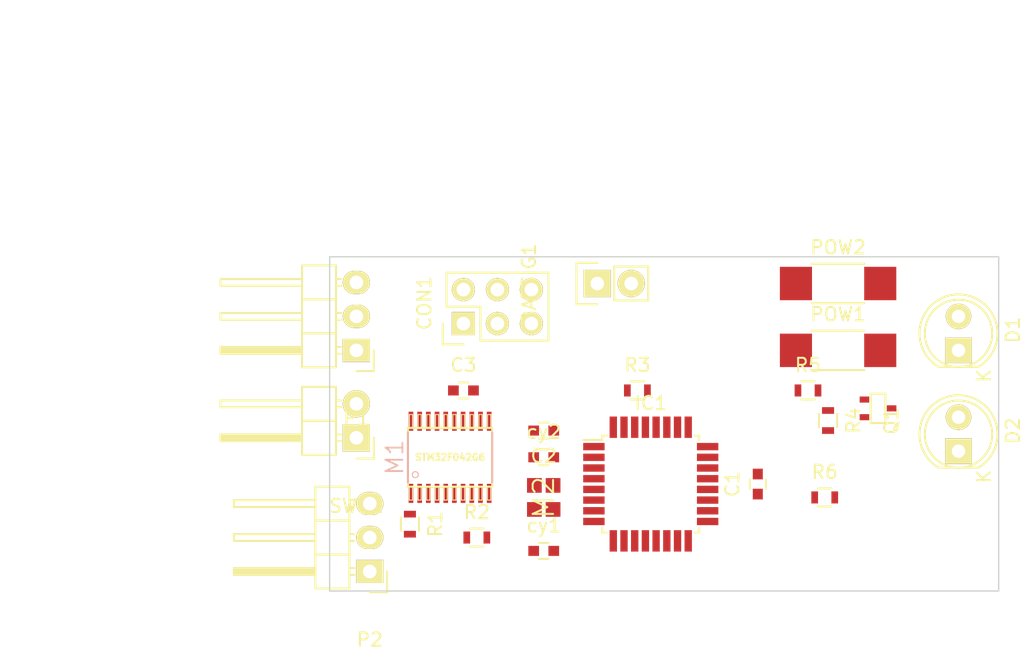
<source format=kicad_pcb>
(kicad_pcb (version 4) (host pcbnew "(2015-05-28 BZR 5690)-product")

  (general
    (links 60)
    (no_connects 58)
    (area 109.949999 71.949999 160.050001 97.050001)
    (thickness 1.6)
    (drawings 6)
    (tracks 0)
    (zones 0)
    (modules 24)
    (nets 20)
  )

  (page A4)
  (layers
    (0 F.Cu signal)
    (31 B.Cu signal)
    (32 B.Adhes user)
    (33 F.Adhes user)
    (34 B.Paste user)
    (35 F.Paste user)
    (36 B.SilkS user)
    (37 F.SilkS user)
    (38 B.Mask user)
    (39 F.Mask user)
    (40 Dwgs.User user)
    (41 Cmts.User user)
    (42 Eco1.User user)
    (43 Eco2.User user)
    (44 Edge.Cuts user)
    (45 Margin user)
    (46 B.CrtYd user)
    (47 F.CrtYd user)
    (48 B.Fab user)
    (49 F.Fab user)
  )

  (setup
    (last_trace_width 0.25)
    (trace_clearance 0.2)
    (zone_clearance 0.508)
    (zone_45_only no)
    (trace_min 0.2)
    (segment_width 0.2)
    (edge_width 0.1)
    (via_size 0.6)
    (via_drill 0.4)
    (via_min_size 0.4)
    (via_min_drill 0.3)
    (uvia_size 0.3)
    (uvia_drill 0.1)
    (uvias_allowed no)
    (uvia_min_size 0.2)
    (uvia_min_drill 0.1)
    (pcb_text_width 0.3)
    (pcb_text_size 1.5 1.5)
    (mod_edge_width 0.15)
    (mod_text_size 1 1)
    (mod_text_width 0.15)
    (pad_size 1.5 1.5)
    (pad_drill 0.6)
    (pad_to_mask_clearance 0)
    (aux_axis_origin 0 0)
    (visible_elements FFFEFF7F)
    (pcbplotparams
      (layerselection 0x00030_80000001)
      (usegerberextensions false)
      (excludeedgelayer true)
      (linewidth 0.100000)
      (plotframeref false)
      (viasonmask false)
      (mode 1)
      (useauxorigin false)
      (hpglpennumber 1)
      (hpglpenspeed 20)
      (hpglpendiameter 15)
      (hpglpenoverlay 2)
      (psnegative false)
      (psa4output false)
      (plotreference true)
      (plotvalue true)
      (plotinvisibletext false)
      (padsonsilk false)
      (subtractmaskfromsilk false)
      (outputformat 1)
      (mirror false)
      (drillshape 1)
      (scaleselection 1)
      (outputdirectory ""))
  )

  (net 0 "")
  (net 1 GND)
  (net 2 +3V3)
  (net 3 LED_FET)
  (net 4 "Net-(M1-Pad1)")
  (net 5 "Net-(D1-Pad1)")
  (net 6 IR_RECEIVER1)
  (net 7 INPUT_CAPTURE)
  (net 8 AVR_PROG_MOSI)
  (net 9 AVR_PROG_MISO)
  (net 10 AVR_PROG_SCK)
  (net 11 BAT_MON)
  (net 12 "Net-(IC1-Pad8)")
  (net 13 "Net-(IC1-Pad7)")
  (net 14 "Net-(D1-Pad2)")
  (net 15 ~RESET)
  (net 16 MICRO_RXIN)
  (net 17 MICRO_TXOUT)
  (net 18 +BATT)
  (net 19 "Net-(Q1-Pad1)")

  (net_class Default "This is the default net class."
    (clearance 0.2)
    (trace_width 0.25)
    (via_dia 0.6)
    (via_drill 0.4)
    (uvia_dia 0.3)
    (uvia_drill 0.1)
    (add_net +3V3)
    (add_net +BATT)
    (add_net AVR_PROG_MISO)
    (add_net AVR_PROG_MOSI)
    (add_net AVR_PROG_SCK)
    (add_net BAT_MON)
    (add_net GND)
    (add_net INPUT_CAPTURE)
    (add_net IR_RECEIVER1)
    (add_net LED_FET)
    (add_net MICRO_RXIN)
    (add_net MICRO_TXOUT)
    (add_net "Net-(D1-Pad1)")
    (add_net "Net-(D1-Pad2)")
    (add_net "Net-(IC1-Pad7)")
    (add_net "Net-(IC1-Pad8)")
    (add_net "Net-(M1-Pad1)")
    (add_net "Net-(Q1-Pad1)")
    (add_net ~RESET)
  )

  (module james:James-TSSOP-20 (layer F.Cu) (tedit 56393F15) (tstamp 5637EBED)
    (at 119 87)
    (descr "PAD SIZE: 0.35 X 1.43 MM")
    (tags "PAD SIZE: 0.35 X 1.43 MM")
    (path /5637D4CB)
    (attr smd)
    (fp_text reference M1 (at -4.1402 0 90) (layer B.SilkS)
      (effects (font (size 1.27 1.27) (thickness 0.127)))
    )
    (fp_text value STM32F042G6 (at 0 0) (layer F.SilkS)
      (effects (font (size 0.5 0.5) (thickness 0.125)))
    )
    (fp_line (start -2.39776 3.19786) (end -2.15392 3.19786) (layer F.SilkS) (width 0.06604))
    (fp_line (start -2.15392 3.19786) (end -2.15392 2.19964) (layer F.SilkS) (width 0.06604))
    (fp_line (start -2.39776 2.19964) (end -2.15392 2.19964) (layer F.SilkS) (width 0.06604))
    (fp_line (start -2.39776 3.19786) (end -2.39776 2.19964) (layer F.SilkS) (width 0.06604))
    (fp_line (start -1.74752 3.19786) (end -1.50368 3.19786) (layer F.SilkS) (width 0.06604))
    (fp_line (start -1.50368 3.19786) (end -1.50368 2.19964) (layer F.SilkS) (width 0.06604))
    (fp_line (start -1.74752 2.19964) (end -1.50368 2.19964) (layer F.SilkS) (width 0.06604))
    (fp_line (start -1.74752 3.19786) (end -1.74752 2.19964) (layer F.SilkS) (width 0.06604))
    (fp_line (start -1.09982 3.19786) (end -0.85344 3.19786) (layer F.SilkS) (width 0.06604))
    (fp_line (start -0.85344 3.19786) (end -0.85344 2.19964) (layer F.SilkS) (width 0.06604))
    (fp_line (start -1.09982 2.19964) (end -0.85344 2.19964) (layer F.SilkS) (width 0.06604))
    (fp_line (start -1.09982 3.19786) (end -1.09982 2.19964) (layer F.SilkS) (width 0.06604))
    (fp_line (start -0.44958 3.19786) (end -0.2032 3.19786) (layer F.SilkS) (width 0.06604))
    (fp_line (start -0.2032 3.19786) (end -0.2032 2.19964) (layer F.SilkS) (width 0.06604))
    (fp_line (start -0.44958 2.19964) (end -0.2032 2.19964) (layer F.SilkS) (width 0.06604))
    (fp_line (start -0.44958 3.19786) (end -0.44958 2.19964) (layer F.SilkS) (width 0.06604))
    (fp_line (start 0.19812 3.19786) (end 0.4445 3.19786) (layer F.SilkS) (width 0.06604))
    (fp_line (start 0.4445 3.19786) (end 0.4445 2.19964) (layer F.SilkS) (width 0.06604))
    (fp_line (start 0.19812 2.19964) (end 0.4445 2.19964) (layer F.SilkS) (width 0.06604))
    (fp_line (start 0.19812 3.19786) (end 0.19812 2.19964) (layer F.SilkS) (width 0.06604))
    (fp_line (start 0.84836 3.19786) (end 1.09474 3.19786) (layer F.SilkS) (width 0.06604))
    (fp_line (start 1.09474 3.19786) (end 1.09474 2.19964) (layer F.SilkS) (width 0.06604))
    (fp_line (start 0.84836 2.19964) (end 1.09474 2.19964) (layer F.SilkS) (width 0.06604))
    (fp_line (start 0.84836 3.19786) (end 0.84836 2.19964) (layer F.SilkS) (width 0.06604))
    (fp_line (start 1.4986 3.19786) (end 1.74498 3.19786) (layer F.SilkS) (width 0.06604))
    (fp_line (start 1.74498 3.19786) (end 1.74498 2.19964) (layer F.SilkS) (width 0.06604))
    (fp_line (start 1.4986 2.19964) (end 1.74498 2.19964) (layer F.SilkS) (width 0.06604))
    (fp_line (start 1.4986 3.19786) (end 1.4986 2.19964) (layer F.SilkS) (width 0.06604))
    (fp_line (start 2.14884 3.19786) (end 2.39268 3.19786) (layer F.SilkS) (width 0.06604))
    (fp_line (start 2.39268 3.19786) (end 2.39268 2.19964) (layer F.SilkS) (width 0.06604))
    (fp_line (start 2.14884 2.19964) (end 2.39268 2.19964) (layer F.SilkS) (width 0.06604))
    (fp_line (start 2.14884 3.19786) (end 2.14884 2.19964) (layer F.SilkS) (width 0.06604))
    (fp_line (start 2.15392 -2.19964) (end 2.39776 -2.19964) (layer F.SilkS) (width 0.06604))
    (fp_line (start 2.39776 -2.19964) (end 2.39776 -3.19786) (layer F.SilkS) (width 0.06604))
    (fp_line (start 2.15392 -3.19786) (end 2.39776 -3.19786) (layer F.SilkS) (width 0.06604))
    (fp_line (start 2.15392 -2.19964) (end 2.15392 -3.19786) (layer F.SilkS) (width 0.06604))
    (fp_line (start 1.50368 -2.19964) (end 1.74752 -2.19964) (layer F.SilkS) (width 0.06604))
    (fp_line (start 1.74752 -2.19964) (end 1.74752 -3.19786) (layer F.SilkS) (width 0.06604))
    (fp_line (start 1.50368 -3.19786) (end 1.74752 -3.19786) (layer F.SilkS) (width 0.06604))
    (fp_line (start 1.50368 -2.19964) (end 1.50368 -3.19786) (layer F.SilkS) (width 0.06604))
    (fp_line (start 0.85344 -2.19964) (end 1.09982 -2.19964) (layer F.SilkS) (width 0.06604))
    (fp_line (start 1.09982 -2.19964) (end 1.09982 -3.19786) (layer F.SilkS) (width 0.06604))
    (fp_line (start 0.85344 -3.19786) (end 1.09982 -3.19786) (layer F.SilkS) (width 0.06604))
    (fp_line (start 0.85344 -2.19964) (end 0.85344 -3.19786) (layer F.SilkS) (width 0.06604))
    (fp_line (start 0.2032 -2.19964) (end 0.44958 -2.19964) (layer F.SilkS) (width 0.06604))
    (fp_line (start 0.44958 -2.19964) (end 0.44958 -3.19786) (layer F.SilkS) (width 0.06604))
    (fp_line (start 0.2032 -3.19786) (end 0.44958 -3.19786) (layer F.SilkS) (width 0.06604))
    (fp_line (start 0.2032 -2.19964) (end 0.2032 -3.19786) (layer F.SilkS) (width 0.06604))
    (fp_line (start -0.4445 -2.19964) (end -0.19812 -2.19964) (layer F.SilkS) (width 0.06604))
    (fp_line (start -0.19812 -2.19964) (end -0.19812 -3.19786) (layer F.SilkS) (width 0.06604))
    (fp_line (start -0.4445 -3.19786) (end -0.19812 -3.19786) (layer F.SilkS) (width 0.06604))
    (fp_line (start -0.4445 -2.19964) (end -0.4445 -3.19786) (layer F.SilkS) (width 0.06604))
    (fp_line (start -1.09474 -2.19964) (end -0.84836 -2.19964) (layer F.SilkS) (width 0.06604))
    (fp_line (start -0.84836 -2.19964) (end -0.84836 -3.19786) (layer F.SilkS) (width 0.06604))
    (fp_line (start -1.09474 -3.19786) (end -0.84836 -3.19786) (layer F.SilkS) (width 0.06604))
    (fp_line (start -1.09474 -2.19964) (end -1.09474 -3.19786) (layer F.SilkS) (width 0.06604))
    (fp_line (start -1.74498 -2.19964) (end -1.4986 -2.19964) (layer F.SilkS) (width 0.06604))
    (fp_line (start -1.4986 -2.19964) (end -1.4986 -3.19786) (layer F.SilkS) (width 0.06604))
    (fp_line (start -1.74498 -3.19786) (end -1.4986 -3.19786) (layer F.SilkS) (width 0.06604))
    (fp_line (start -1.74498 -2.19964) (end -1.74498 -3.19786) (layer F.SilkS) (width 0.06604))
    (fp_line (start -2.39268 -2.19964) (end -2.14884 -2.19964) (layer F.SilkS) (width 0.06604))
    (fp_line (start -2.14884 -2.19964) (end -2.14884 -3.19786) (layer F.SilkS) (width 0.06604))
    (fp_line (start -2.39268 -3.19786) (end -2.14884 -3.19786) (layer F.SilkS) (width 0.06604))
    (fp_line (start -2.39268 -2.19964) (end -2.39268 -3.19786) (layer F.SilkS) (width 0.06604))
    (fp_line (start 2.79908 3.19786) (end 3.04292 3.19786) (layer F.SilkS) (width 0.06604))
    (fp_line (start 3.04292 3.19786) (end 3.04292 2.19964) (layer F.SilkS) (width 0.06604))
    (fp_line (start 2.79908 2.19964) (end 3.04292 2.19964) (layer F.SilkS) (width 0.06604))
    (fp_line (start 2.79908 3.19786) (end 2.79908 2.19964) (layer F.SilkS) (width 0.06604))
    (fp_line (start 2.80416 -2.19964) (end 3.048 -2.19964) (layer F.SilkS) (width 0.06604))
    (fp_line (start 3.048 -2.19964) (end 3.048 -3.19786) (layer F.SilkS) (width 0.06604))
    (fp_line (start 2.80416 -3.19786) (end 3.048 -3.19786) (layer F.SilkS) (width 0.06604))
    (fp_line (start 2.80416 -2.19964) (end 2.80416 -3.19786) (layer F.SilkS) (width 0.06604))
    (fp_line (start -3.048 3.19786) (end -2.80416 3.19786) (layer F.SilkS) (width 0.06604))
    (fp_line (start -2.80416 3.19786) (end -2.80416 2.19964) (layer F.SilkS) (width 0.06604))
    (fp_line (start -3.048 2.19964) (end -2.80416 2.19964) (layer F.SilkS) (width 0.06604))
    (fp_line (start -3.048 3.19786) (end -3.048 2.19964) (layer F.SilkS) (width 0.06604))
    (fp_line (start -3.04292 -2.19964) (end -2.79908 -2.19964) (layer F.SilkS) (width 0.06604))
    (fp_line (start -2.79908 -2.19964) (end -2.79908 -3.19786) (layer F.SilkS) (width 0.06604))
    (fp_line (start -3.04292 -3.19786) (end -2.79908 -3.19786) (layer F.SilkS) (width 0.06604))
    (fp_line (start -3.04292 -2.19964) (end -3.04292 -3.19786) (layer F.SilkS) (width 0.06604))
    (fp_line (start -2.49936 -2.19964) (end 2.49936 -2.19964) (layer F.SilkS) (width 0.1524))
    (fp_line (start 2.49936 2.19964) (end -2.49936 2.19964) (layer F.SilkS) (width 0.1524))
    (fp_line (start -1.84912 -2.19964) (end 3.1496 -2.19964) (layer F.SilkS) (width 0.1524))
    (fp_line (start 3.1496 -2.19964) (end 3.1496 2.19964) (layer F.SilkS) (width 0.1524))
    (fp_line (start 3.1496 2.19964) (end -1.84912 2.19964) (layer F.SilkS) (width 0.1524))
    (fp_line (start 3.1496 -1.87452) (end 3.1496 1.87452) (layer B.SilkS) (width 0.1524))
    (fp_line (start -3.1496 -2.19964) (end 1.84912 -2.19964) (layer F.SilkS) (width 0.1524))
    (fp_line (start 1.84912 2.19964) (end -3.1496 2.19964) (layer F.SilkS) (width 0.1524))
    (fp_line (start -3.1496 2.19964) (end -3.1496 -2.19964) (layer F.SilkS) (width 0.1524))
    (fp_line (start -3.1496 1.87452) (end -3.1496 -1.87452) (layer B.SilkS) (width 0.1524))
    (fp_circle (center -2.59842 1.29794) (end -2.75844 1.45796) (layer B.SilkS) (width 0.0762))
    (pad 1 smd rect (at -2.92354 2.69748 90) (size 1.42748 0.34798) (layers F.Cu F.Paste F.Mask)
      (net 4 "Net-(M1-Pad1)"))
    (pad 2 smd rect (at -2.2733 2.69748 90) (size 1.42748 0.34798) (layers F.Cu F.Paste F.Mask))
    (pad 3 smd rect (at -1.62306 2.69748 90) (size 1.42748 0.34798) (layers F.Cu F.Paste F.Mask))
    (pad 4 smd rect (at -0.97282 2.69748 90) (size 1.42748 0.34798) (layers F.Cu F.Paste F.Mask)
      (net 15 ~RESET))
    (pad 5 smd rect (at -0.32258 2.69748 90) (size 1.42748 0.34798) (layers F.Cu F.Paste F.Mask)
      (net 2 +3V3))
    (pad 6 smd rect (at 0.32258 2.69748 90) (size 1.42748 0.34798) (layers F.Cu F.Paste F.Mask)
      (net 11 BAT_MON))
    (pad 7 smd rect (at 0.97282 2.69748 90) (size 1.42748 0.34798) (layers F.Cu F.Paste F.Mask)
      (net 7 INPUT_CAPTURE))
    (pad 8 smd rect (at 1.62306 2.69748 90) (size 1.42748 0.34798) (layers F.Cu F.Paste F.Mask)
      (net 17 MICRO_TXOUT))
    (pad 9 smd rect (at 2.2733 2.69748 90) (size 1.42748 0.34798) (layers F.Cu F.Paste F.Mask)
      (net 16 MICRO_RXIN))
    (pad 10 smd rect (at 2.92354 2.69748 90) (size 1.42748 0.34798) (layers F.Cu F.Paste F.Mask))
    (pad 11 smd rect (at 2.92354 -2.69748 90) (size 1.42748 0.34798) (layers F.Cu F.Paste F.Mask))
    (pad 12 smd rect (at 2.2733 -2.69748 90) (size 1.42748 0.34798) (layers F.Cu F.Paste F.Mask)
      (net 3 LED_FET))
    (pad 13 smd rect (at 1.62306 -2.69748 90) (size 1.42748 0.34798) (layers F.Cu F.Paste F.Mask))
    (pad 14 smd rect (at 0.97282 -2.69748 90) (size 1.42748 0.34798) (layers F.Cu F.Paste F.Mask))
    (pad 15 smd rect (at 0.32258 -2.69748 90) (size 1.42748 0.34798) (layers F.Cu F.Paste F.Mask)
      (net 1 GND))
    (pad 16 smd rect (at -0.32258 -2.69748 90) (size 1.42748 0.34798) (layers F.Cu F.Paste F.Mask)
      (net 2 +3V3))
    (pad 17 smd rect (at -0.97282 -2.69748 90) (size 1.42748 0.34798) (layers F.Cu F.Paste F.Mask))
    (pad 18 smd rect (at -1.62306 -2.69748 90) (size 1.42748 0.34798) (layers F.Cu F.Paste F.Mask))
    (pad 19 smd rect (at -2.2733 -2.69748 90) (size 1.42748 0.34798) (layers F.Cu F.Paste F.Mask)
      (net 9 AVR_PROG_MISO))
    (pad 20 smd rect (at -2.92354 -2.69748 90) (size 1.42748 0.34798) (layers F.Cu F.Paste F.Mask)
      (net 10 AVR_PROG_SCK))
  )

  (module Housings_QFP:TQFP-32_7x7mm_Pitch0.8mm (layer F.Cu) (tedit 54130A77) (tstamp 5637EBD5)
    (at 134 89)
    (descr "32-Lead Plastic Thin Quad Flatpack (PT) - 7x7x1.0 mm Body, 2.00 mm [TQFP] (see Microchip Packaging Specification 00000049BS.pdf)")
    (tags "QFP 0.8")
    (path /5637E2EF)
    (attr smd)
    (fp_text reference IC1 (at 0 -6.05) (layer F.SilkS)
      (effects (font (size 1 1) (thickness 0.15)))
    )
    (fp_text value ATMEGA328P-A (at 0 6.05) (layer F.Fab)
      (effects (font (size 1 1) (thickness 0.15)))
    )
    (fp_line (start -5.3 -5.3) (end -5.3 5.3) (layer F.CrtYd) (width 0.05))
    (fp_line (start 5.3 -5.3) (end 5.3 5.3) (layer F.CrtYd) (width 0.05))
    (fp_line (start -5.3 -5.3) (end 5.3 -5.3) (layer F.CrtYd) (width 0.05))
    (fp_line (start -5.3 5.3) (end 5.3 5.3) (layer F.CrtYd) (width 0.05))
    (fp_line (start -3.625 -3.625) (end -3.625 -3.3) (layer F.SilkS) (width 0.15))
    (fp_line (start 3.625 -3.625) (end 3.625 -3.3) (layer F.SilkS) (width 0.15))
    (fp_line (start 3.625 3.625) (end 3.625 3.3) (layer F.SilkS) (width 0.15))
    (fp_line (start -3.625 3.625) (end -3.625 3.3) (layer F.SilkS) (width 0.15))
    (fp_line (start -3.625 -3.625) (end -3.3 -3.625) (layer F.SilkS) (width 0.15))
    (fp_line (start -3.625 3.625) (end -3.3 3.625) (layer F.SilkS) (width 0.15))
    (fp_line (start 3.625 3.625) (end 3.3 3.625) (layer F.SilkS) (width 0.15))
    (fp_line (start 3.625 -3.625) (end 3.3 -3.625) (layer F.SilkS) (width 0.15))
    (fp_line (start -3.625 -3.3) (end -5.05 -3.3) (layer F.SilkS) (width 0.15))
    (pad 1 smd rect (at -4.25 -2.8) (size 1.6 0.55) (layers F.Cu F.Paste F.Mask))
    (pad 2 smd rect (at -4.25 -2) (size 1.6 0.55) (layers F.Cu F.Paste F.Mask))
    (pad 3 smd rect (at -4.25 -1.2) (size 1.6 0.55) (layers F.Cu F.Paste F.Mask)
      (net 1 GND))
    (pad 4 smd rect (at -4.25 -0.4) (size 1.6 0.55) (layers F.Cu F.Paste F.Mask)
      (net 2 +3V3))
    (pad 5 smd rect (at -4.25 0.4) (size 1.6 0.55) (layers F.Cu F.Paste F.Mask)
      (net 1 GND))
    (pad 6 smd rect (at -4.25 1.2) (size 1.6 0.55) (layers F.Cu F.Paste F.Mask)
      (net 2 +3V3))
    (pad 7 smd rect (at -4.25 2) (size 1.6 0.55) (layers F.Cu F.Paste F.Mask)
      (net 13 "Net-(IC1-Pad7)"))
    (pad 8 smd rect (at -4.25 2.8) (size 1.6 0.55) (layers F.Cu F.Paste F.Mask)
      (net 12 "Net-(IC1-Pad8)"))
    (pad 9 smd rect (at -2.8 4.25 90) (size 1.6 0.55) (layers F.Cu F.Paste F.Mask))
    (pad 10 smd rect (at -2 4.25 90) (size 1.6 0.55) (layers F.Cu F.Paste F.Mask))
    (pad 11 smd rect (at -1.2 4.25 90) (size 1.6 0.55) (layers F.Cu F.Paste F.Mask))
    (pad 12 smd rect (at -0.4 4.25 90) (size 1.6 0.55) (layers F.Cu F.Paste F.Mask)
      (net 7 INPUT_CAPTURE))
    (pad 13 smd rect (at 0.4 4.25 90) (size 1.6 0.55) (layers F.Cu F.Paste F.Mask)
      (net 3 LED_FET))
    (pad 14 smd rect (at 1.2 4.25 90) (size 1.6 0.55) (layers F.Cu F.Paste F.Mask))
    (pad 15 smd rect (at 2 4.25 90) (size 1.6 0.55) (layers F.Cu F.Paste F.Mask)
      (net 8 AVR_PROG_MOSI))
    (pad 16 smd rect (at 2.8 4.25 90) (size 1.6 0.55) (layers F.Cu F.Paste F.Mask)
      (net 9 AVR_PROG_MISO))
    (pad 17 smd rect (at 4.25 2.8) (size 1.6 0.55) (layers F.Cu F.Paste F.Mask)
      (net 10 AVR_PROG_SCK))
    (pad 18 smd rect (at 4.25 2) (size 1.6 0.55) (layers F.Cu F.Paste F.Mask)
      (net 2 +3V3))
    (pad 19 smd rect (at 4.25 1.2) (size 1.6 0.55) (layers F.Cu F.Paste F.Mask)
      (net 11 BAT_MON))
    (pad 20 smd rect (at 4.25 0.4) (size 1.6 0.55) (layers F.Cu F.Paste F.Mask)
      (net 2 +3V3))
    (pad 21 smd rect (at 4.25 -0.4) (size 1.6 0.55) (layers F.Cu F.Paste F.Mask)
      (net 1 GND))
    (pad 22 smd rect (at 4.25 -1.2) (size 1.6 0.55) (layers F.Cu F.Paste F.Mask))
    (pad 23 smd rect (at 4.25 -2) (size 1.6 0.55) (layers F.Cu F.Paste F.Mask))
    (pad 24 smd rect (at 4.25 -2.8) (size 1.6 0.55) (layers F.Cu F.Paste F.Mask))
    (pad 25 smd rect (at 2.8 -4.25 90) (size 1.6 0.55) (layers F.Cu F.Paste F.Mask))
    (pad 26 smd rect (at 2 -4.25 90) (size 1.6 0.55) (layers F.Cu F.Paste F.Mask))
    (pad 27 smd rect (at 1.2 -4.25 90) (size 1.6 0.55) (layers F.Cu F.Paste F.Mask))
    (pad 28 smd rect (at 0.4 -4.25 90) (size 1.6 0.55) (layers F.Cu F.Paste F.Mask))
    (pad 29 smd rect (at -0.4 -4.25 90) (size 1.6 0.55) (layers F.Cu F.Paste F.Mask)
      (net 15 ~RESET))
    (pad 30 smd rect (at -1.2 -4.25 90) (size 1.6 0.55) (layers F.Cu F.Paste F.Mask)
      (net 16 MICRO_RXIN))
    (pad 31 smd rect (at -2 -4.25 90) (size 1.6 0.55) (layers F.Cu F.Paste F.Mask)
      (net 17 MICRO_TXOUT))
    (pad 32 smd rect (at -2.8 -4.25 90) (size 1.6 0.55) (layers F.Cu F.Paste F.Mask)
      (net 6 IR_RECEIVER1))
    (model Housings_QFP.3dshapes/TQFP-32_7x7mm_Pitch0.8mm.wrl
      (at (xyz 0 0 0))
      (scale (xyz 1 1 1))
      (rotate (xyz 0 0 0))
    )
  )

  (module Ava:Ava-EPSON-FA-20H-CRYSTAL (layer F.Cu) (tedit 56393EF9) (tstamp 5637EBF5)
    (at 126 90 90)
    (descr HTTP://WWW.FARNELL.COM/DATASHEETS/388641.PDF)
    (tags HTTP://WWW.FARNELL.COM/DATASHEETS/388641.PDF)
    (path /5637FD73)
    (attr smd)
    (fp_text reference M2 (at 0 0 90) (layer F.SilkS)
      (effects (font (thickness 0.15)))
    )
    (fp_text value EPSON_FA-20H_CRYSTAL (at 0 0 90) (layer F.SilkS) hide
      (effects (font (thickness 0.15)))
    )
    (pad 1 smd rect (at -0.89916 0.6985 90) (size 1.09982 1.09982) (layers F.Cu F.Paste F.Mask)
      (net 12 "Net-(IC1-Pad8)"))
    (pad 2 smd rect (at 0.89916 0.6985 90) (size 1.09982 1.09982) (layers F.Cu F.Paste F.Mask))
    (pad 3 smd rect (at 0.89916 -0.6985 90) (size 1.09982 1.09982) (layers F.Cu F.Paste F.Mask)
      (net 13 "Net-(IC1-Pad7)"))
    (pad 4 smd rect (at -0.89916 -0.6985 90) (size 1.09982 1.09982) (layers F.Cu F.Paste F.Mask))
  )

  (module Transistors_SMD:sc70 (layer F.Cu) (tedit 0) (tstamp 5637EBFC)
    (at 150.984 83.3396 270)
    (descr "SC70 SOT323")
    (path /5637D5D8)
    (attr smd)
    (fp_text reference Q1 (at 0.95 -1 270) (layer F.SilkS)
      (effects (font (size 1 1) (thickness 0.15)))
    )
    (fp_text value Q_NMOS_GSD (at 1.85 0.25 270) (layer F.Fab)
      (effects (font (size 1 1) (thickness 0.15)))
    )
    (fp_line (start -1.1 -0.55) (end -1.1 0.55) (layer F.SilkS) (width 0.15))
    (fp_line (start -1.1 0.55) (end 1.1 0.55) (layer F.SilkS) (width 0.15))
    (fp_line (start 1.1 0.55) (end 1.1 -0.55) (layer F.SilkS) (width 0.15))
    (fp_line (start 1.1 -0.55) (end -1.05 -0.55) (layer F.SilkS) (width 0.15))
    (fp_line (start -1.05 -0.55) (end -1.1 -0.55) (layer F.SilkS) (width 0.15))
    (pad 1 smd rect (at -0.6604 1.016 270) (size 0.4572 0.7112) (layers F.Cu F.Paste F.Mask)
      (net 19 "Net-(Q1-Pad1)"))
    (pad 2 smd rect (at 0.6604 1.016 270) (size 0.4572 0.7112) (layers F.Cu F.Paste F.Mask)
      (net 1 GND))
    (pad 3 smd rect (at 0 -1.016 270) (size 0.4572 0.7112) (layers F.Cu F.Paste F.Mask)
      (net 5 "Net-(D1-Pad1)"))
    (model Transistors_SMD.3dshapes/sc70.wrl
      (at (xyz 0 0 0))
      (scale (xyz 1 1 1))
      (rotate (xyz 0 0 0))
    )
  )

  (module Resistors_SMD:R_0603 (layer F.Cu) (tedit 5415CC62) (tstamp 5637EC02)
    (at 116 92 270)
    (descr "Resistor SMD 0603, reflow soldering, Vishay (see dcrcw.pdf)")
    (tags "resistor 0603")
    (path /5637D53F)
    (attr smd)
    (fp_text reference R1 (at 0 -1.9 270) (layer F.SilkS)
      (effects (font (size 1 1) (thickness 0.15)))
    )
    (fp_text value 10k (at 0 1.9 270) (layer F.Fab)
      (effects (font (size 1 1) (thickness 0.15)))
    )
    (fp_line (start -1.3 -0.8) (end 1.3 -0.8) (layer F.CrtYd) (width 0.05))
    (fp_line (start -1.3 0.8) (end 1.3 0.8) (layer F.CrtYd) (width 0.05))
    (fp_line (start -1.3 -0.8) (end -1.3 0.8) (layer F.CrtYd) (width 0.05))
    (fp_line (start 1.3 -0.8) (end 1.3 0.8) (layer F.CrtYd) (width 0.05))
    (fp_line (start 0.5 0.675) (end -0.5 0.675) (layer F.SilkS) (width 0.15))
    (fp_line (start -0.5 -0.675) (end 0.5 -0.675) (layer F.SilkS) (width 0.15))
    (pad 1 smd rect (at -0.75 0 270) (size 0.5 0.9) (layers F.Cu F.Paste F.Mask)
      (net 4 "Net-(M1-Pad1)"))
    (pad 2 smd rect (at 0.75 0 270) (size 0.5 0.9) (layers F.Cu F.Paste F.Mask)
      (net 1 GND))
    (model Resistors_SMD.3dshapes/R_0603.wrl
      (at (xyz 0 0 0))
      (scale (xyz 1 1 1))
      (rotate (xyz 0 0 0))
    )
  )

  (module Resistors_SMD:R_0603 (layer F.Cu) (tedit 5415CC62) (tstamp 5637EC08)
    (at 121 93)
    (descr "Resistor SMD 0603, reflow soldering, Vishay (see dcrcw.pdf)")
    (tags "resistor 0603")
    (path /56399F2C)
    (attr smd)
    (fp_text reference R2 (at 0 -1.9) (layer F.SilkS)
      (effects (font (size 1 1) (thickness 0.15)))
    )
    (fp_text value 10k (at 0 1.9) (layer F.Fab)
      (effects (font (size 1 1) (thickness 0.15)))
    )
    (fp_line (start -1.3 -0.8) (end 1.3 -0.8) (layer F.CrtYd) (width 0.05))
    (fp_line (start -1.3 0.8) (end 1.3 0.8) (layer F.CrtYd) (width 0.05))
    (fp_line (start -1.3 -0.8) (end -1.3 0.8) (layer F.CrtYd) (width 0.05))
    (fp_line (start 1.3 -0.8) (end 1.3 0.8) (layer F.CrtYd) (width 0.05))
    (fp_line (start 0.5 0.675) (end -0.5 0.675) (layer F.SilkS) (width 0.15))
    (fp_line (start -0.5 -0.675) (end 0.5 -0.675) (layer F.SilkS) (width 0.15))
    (pad 1 smd rect (at -0.75 0) (size 0.5 0.9) (layers F.Cu F.Paste F.Mask)
      (net 11 BAT_MON))
    (pad 2 smd rect (at 0.75 0) (size 0.5 0.9) (layers F.Cu F.Paste F.Mask)
      (net 18 +BATT))
    (model Resistors_SMD.3dshapes/R_0603.wrl
      (at (xyz 0 0 0))
      (scale (xyz 1 1 1))
      (rotate (xyz 0 0 0))
    )
  )

  (module Resistors_SMD:R_0603 (layer F.Cu) (tedit 5415CC62) (tstamp 5637EC0E)
    (at 133 82)
    (descr "Resistor SMD 0603, reflow soldering, Vishay (see dcrcw.pdf)")
    (tags "resistor 0603")
    (path /5637EA97)
    (attr smd)
    (fp_text reference R3 (at 0 -1.9) (layer F.SilkS)
      (effects (font (size 1 1) (thickness 0.15)))
    )
    (fp_text value 10K (at 0 1.9) (layer F.Fab)
      (effects (font (size 1 1) (thickness 0.15)))
    )
    (fp_line (start -1.3 -0.8) (end 1.3 -0.8) (layer F.CrtYd) (width 0.05))
    (fp_line (start -1.3 0.8) (end 1.3 0.8) (layer F.CrtYd) (width 0.05))
    (fp_line (start -1.3 -0.8) (end -1.3 0.8) (layer F.CrtYd) (width 0.05))
    (fp_line (start 1.3 -0.8) (end 1.3 0.8) (layer F.CrtYd) (width 0.05))
    (fp_line (start 0.5 0.675) (end -0.5 0.675) (layer F.SilkS) (width 0.15))
    (fp_line (start -0.5 -0.675) (end 0.5 -0.675) (layer F.SilkS) (width 0.15))
    (pad 1 smd rect (at -0.75 0) (size 0.5 0.9) (layers F.Cu F.Paste F.Mask)
      (net 2 +3V3))
    (pad 2 smd rect (at 0.75 0) (size 0.5 0.9) (layers F.Cu F.Paste F.Mask)
      (net 15 ~RESET))
    (model Resistors_SMD.3dshapes/R_0603.wrl
      (at (xyz 0 0 0))
      (scale (xyz 1 1 1))
      (rotate (xyz 0 0 0))
    )
  )

  (module Capacitors_SMD:C_0603 (layer F.Cu) (tedit 5415D631) (tstamp 5637F15B)
    (at 142 89 90)
    (descr "Capacitor SMD 0603, reflow soldering, AVX (see smccp.pdf)")
    (tags "capacitor 0603")
    (path /5637FF63)
    (attr smd)
    (fp_text reference C1 (at 0 -1.9 90) (layer F.SilkS)
      (effects (font (size 1 1) (thickness 0.15)))
    )
    (fp_text value 100nf (at 0 1.9 90) (layer F.Fab)
      (effects (font (size 1 1) (thickness 0.15)))
    )
    (fp_line (start -1.45 -0.75) (end 1.45 -0.75) (layer F.CrtYd) (width 0.05))
    (fp_line (start -1.45 0.75) (end 1.45 0.75) (layer F.CrtYd) (width 0.05))
    (fp_line (start -1.45 -0.75) (end -1.45 0.75) (layer F.CrtYd) (width 0.05))
    (fp_line (start 1.45 -0.75) (end 1.45 0.75) (layer F.CrtYd) (width 0.05))
    (fp_line (start -0.35 -0.6) (end 0.35 -0.6) (layer F.SilkS) (width 0.15))
    (fp_line (start 0.35 0.6) (end -0.35 0.6) (layer F.SilkS) (width 0.15))
    (pad 1 smd rect (at -0.75 0 90) (size 0.8 0.75) (layers F.Cu F.Paste F.Mask)
      (net 2 +3V3))
    (pad 2 smd rect (at 0.75 0 90) (size 0.8 0.75) (layers F.Cu F.Paste F.Mask)
      (net 1 GND))
    (model Capacitors_SMD.3dshapes/C_0603.wrl
      (at (xyz 0 0 0))
      (scale (xyz 1 1 1))
      (rotate (xyz 0 0 0))
    )
  )

  (module Capacitors_SMD:C_0603 (layer F.Cu) (tedit 5415D631) (tstamp 5637F161)
    (at 126 85 180)
    (descr "Capacitor SMD 0603, reflow soldering, AVX (see smccp.pdf)")
    (tags "capacitor 0603")
    (path /5638004C)
    (attr smd)
    (fp_text reference C2 (at 0 -1.9 180) (layer F.SilkS)
      (effects (font (size 1 1) (thickness 0.15)))
    )
    (fp_text value 100nf (at 0 1.9 180) (layer F.Fab)
      (effects (font (size 1 1) (thickness 0.15)))
    )
    (fp_line (start -1.45 -0.75) (end 1.45 -0.75) (layer F.CrtYd) (width 0.05))
    (fp_line (start -1.45 0.75) (end 1.45 0.75) (layer F.CrtYd) (width 0.05))
    (fp_line (start -1.45 -0.75) (end -1.45 0.75) (layer F.CrtYd) (width 0.05))
    (fp_line (start 1.45 -0.75) (end 1.45 0.75) (layer F.CrtYd) (width 0.05))
    (fp_line (start -0.35 -0.6) (end 0.35 -0.6) (layer F.SilkS) (width 0.15))
    (fp_line (start 0.35 0.6) (end -0.35 0.6) (layer F.SilkS) (width 0.15))
    (pad 1 smd rect (at -0.75 0 180) (size 0.8 0.75) (layers F.Cu F.Paste F.Mask)
      (net 2 +3V3))
    (pad 2 smd rect (at 0.75 0 180) (size 0.8 0.75) (layers F.Cu F.Paste F.Mask)
      (net 1 GND))
    (model Capacitors_SMD.3dshapes/C_0603.wrl
      (at (xyz 0 0 0))
      (scale (xyz 1 1 1))
      (rotate (xyz 0 0 0))
    )
  )

  (module Capacitors_SMD:C_0603 (layer F.Cu) (tedit 5415D631) (tstamp 5637F167)
    (at 120 82)
    (descr "Capacitor SMD 0603, reflow soldering, AVX (see smccp.pdf)")
    (tags "capacitor 0603")
    (path /563814AB)
    (attr smd)
    (fp_text reference C3 (at 0 -1.9) (layer F.SilkS)
      (effects (font (size 1 1) (thickness 0.15)))
    )
    (fp_text value 100nf (at 0 1.9) (layer F.Fab)
      (effects (font (size 1 1) (thickness 0.15)))
    )
    (fp_line (start -1.45 -0.75) (end 1.45 -0.75) (layer F.CrtYd) (width 0.05))
    (fp_line (start -1.45 0.75) (end 1.45 0.75) (layer F.CrtYd) (width 0.05))
    (fp_line (start -1.45 -0.75) (end -1.45 0.75) (layer F.CrtYd) (width 0.05))
    (fp_line (start 1.45 -0.75) (end 1.45 0.75) (layer F.CrtYd) (width 0.05))
    (fp_line (start -0.35 -0.6) (end 0.35 -0.6) (layer F.SilkS) (width 0.15))
    (fp_line (start 0.35 0.6) (end -0.35 0.6) (layer F.SilkS) (width 0.15))
    (pad 1 smd rect (at -0.75 0) (size 0.8 0.75) (layers F.Cu F.Paste F.Mask)
      (net 2 +3V3))
    (pad 2 smd rect (at 0.75 0) (size 0.8 0.75) (layers F.Cu F.Paste F.Mask)
      (net 1 GND))
    (model Capacitors_SMD.3dshapes/C_0603.wrl
      (at (xyz 0 0 0))
      (scale (xyz 1 1 1))
      (rotate (xyz 0 0 0))
    )
  )

  (module LEDs:LED-5MM (layer F.Cu) (tedit 5570F7EA) (tstamp 5637F179)
    (at 157 79 90)
    (descr "LED 5mm round vertical")
    (tags "LED 5mm round vertical")
    (path /5637D59C)
    (fp_text reference D1 (at 1.524 4.064 90) (layer F.SilkS)
      (effects (font (size 1 1) (thickness 0.15)))
    )
    (fp_text value LED (at 1.524 -3.937 90) (layer F.Fab)
      (effects (font (size 1 1) (thickness 0.15)))
    )
    (fp_line (start -1.5 -1.55) (end -1.5 1.55) (layer F.CrtYd) (width 0.05))
    (fp_arc (start 1.3 0) (end -1.5 1.55) (angle -302) (layer F.CrtYd) (width 0.05))
    (fp_arc (start 1.27 0) (end -1.23 -1.5) (angle 297.5) (layer F.SilkS) (width 0.15))
    (fp_line (start -1.23 1.5) (end -1.23 -1.5) (layer F.SilkS) (width 0.15))
    (fp_circle (center 1.27 0) (end 0.97 -2.5) (layer F.SilkS) (width 0.15))
    (fp_text user K (at -1.905 1.905 90) (layer F.SilkS)
      (effects (font (size 1 1) (thickness 0.15)))
    )
    (pad 1 thru_hole rect (at 0 0 180) (size 2 1.9) (drill 1.00076) (layers *.Cu *.Mask F.SilkS)
      (net 5 "Net-(D1-Pad1)"))
    (pad 2 thru_hole circle (at 2.54 0 90) (size 1.9 1.9) (drill 1.00076) (layers *.Cu *.Mask F.SilkS)
      (net 14 "Net-(D1-Pad2)"))
    (model LEDs.3dshapes/LED-5MM.wrl
      (at (xyz 0.05 0 0))
      (scale (xyz 1 1 1))
      (rotate (xyz 0 0 90))
    )
  )

  (module Pin_Headers:Pin_Header_Angled_1x03 (layer F.Cu) (tedit 0) (tstamp 5637F881)
    (at 112 79 180)
    (descr "Through hole pin header")
    (tags "pin header")
    (path /56384092)
    (fp_text reference P1 (at 0 -5.1 180) (layer F.SilkS)
      (effects (font (size 1 1) (thickness 0.15)))
    )
    (fp_text value CONN_01X03 (at 0 -3.1 180) (layer F.Fab)
      (effects (font (size 1 1) (thickness 0.15)))
    )
    (fp_line (start -1.5 -1.75) (end -1.5 6.85) (layer F.CrtYd) (width 0.05))
    (fp_line (start 10.65 -1.75) (end 10.65 6.85) (layer F.CrtYd) (width 0.05))
    (fp_line (start -1.5 -1.75) (end 10.65 -1.75) (layer F.CrtYd) (width 0.05))
    (fp_line (start -1.5 6.85) (end 10.65 6.85) (layer F.CrtYd) (width 0.05))
    (fp_line (start -1.3 -1.55) (end -1.3 0) (layer F.SilkS) (width 0.15))
    (fp_line (start 0 -1.55) (end -1.3 -1.55) (layer F.SilkS) (width 0.15))
    (fp_line (start 4.191 -0.127) (end 10.033 -0.127) (layer F.SilkS) (width 0.15))
    (fp_line (start 10.033 -0.127) (end 10.033 0.127) (layer F.SilkS) (width 0.15))
    (fp_line (start 10.033 0.127) (end 4.191 0.127) (layer F.SilkS) (width 0.15))
    (fp_line (start 4.191 0.127) (end 4.191 0) (layer F.SilkS) (width 0.15))
    (fp_line (start 4.191 0) (end 10.033 0) (layer F.SilkS) (width 0.15))
    (fp_line (start 1.524 -0.254) (end 1.143 -0.254) (layer F.SilkS) (width 0.15))
    (fp_line (start 1.524 0.254) (end 1.143 0.254) (layer F.SilkS) (width 0.15))
    (fp_line (start 1.524 2.286) (end 1.143 2.286) (layer F.SilkS) (width 0.15))
    (fp_line (start 1.524 2.794) (end 1.143 2.794) (layer F.SilkS) (width 0.15))
    (fp_line (start 1.524 4.826) (end 1.143 4.826) (layer F.SilkS) (width 0.15))
    (fp_line (start 1.524 5.334) (end 1.143 5.334) (layer F.SilkS) (width 0.15))
    (fp_line (start 4.064 1.27) (end 4.064 -1.27) (layer F.SilkS) (width 0.15))
    (fp_line (start 10.16 0.254) (end 4.064 0.254) (layer F.SilkS) (width 0.15))
    (fp_line (start 10.16 -0.254) (end 10.16 0.254) (layer F.SilkS) (width 0.15))
    (fp_line (start 4.064 -0.254) (end 10.16 -0.254) (layer F.SilkS) (width 0.15))
    (fp_line (start 1.524 1.27) (end 4.064 1.27) (layer F.SilkS) (width 0.15))
    (fp_line (start 1.524 -1.27) (end 1.524 1.27) (layer F.SilkS) (width 0.15))
    (fp_line (start 1.524 -1.27) (end 4.064 -1.27) (layer F.SilkS) (width 0.15))
    (fp_line (start 1.524 3.81) (end 4.064 3.81) (layer F.SilkS) (width 0.15))
    (fp_line (start 1.524 3.81) (end 1.524 6.35) (layer F.SilkS) (width 0.15))
    (fp_line (start 4.064 4.826) (end 10.16 4.826) (layer F.SilkS) (width 0.15))
    (fp_line (start 10.16 4.826) (end 10.16 5.334) (layer F.SilkS) (width 0.15))
    (fp_line (start 10.16 5.334) (end 4.064 5.334) (layer F.SilkS) (width 0.15))
    (fp_line (start 4.064 6.35) (end 4.064 3.81) (layer F.SilkS) (width 0.15))
    (fp_line (start 4.064 3.81) (end 4.064 1.27) (layer F.SilkS) (width 0.15))
    (fp_line (start 10.16 2.794) (end 4.064 2.794) (layer F.SilkS) (width 0.15))
    (fp_line (start 10.16 2.286) (end 10.16 2.794) (layer F.SilkS) (width 0.15))
    (fp_line (start 4.064 2.286) (end 10.16 2.286) (layer F.SilkS) (width 0.15))
    (fp_line (start 1.524 3.81) (end 4.064 3.81) (layer F.SilkS) (width 0.15))
    (fp_line (start 1.524 1.27) (end 1.524 3.81) (layer F.SilkS) (width 0.15))
    (fp_line (start 1.524 1.27) (end 4.064 1.27) (layer F.SilkS) (width 0.15))
    (fp_line (start 1.524 6.35) (end 4.064 6.35) (layer F.SilkS) (width 0.15))
    (pad 1 thru_hole rect (at 0 0 180) (size 2.032 1.7272) (drill 1.016) (layers *.Cu *.Mask F.SilkS)
      (net 6 IR_RECEIVER1))
    (pad 2 thru_hole oval (at 0 2.54 180) (size 2.032 1.7272) (drill 1.016) (layers *.Cu *.Mask F.SilkS)
      (net 1 GND))
    (pad 3 thru_hole oval (at 0 5.08 180) (size 2.032 1.7272) (drill 1.016) (layers *.Cu *.Mask F.SilkS)
      (net 2 +3V3))
    (model Pin_Headers.3dshapes/Pin_Header_Angled_1x03.wrl
      (at (xyz 0 -0.1 0))
      (scale (xyz 1 1 1))
      (rotate (xyz 0 0 90))
    )
  )

  (module Capacitors_SMD:C_0603 (layer F.Cu) (tedit 5415D631) (tstamp 563949C4)
    (at 126 94)
    (descr "Capacitor SMD 0603, reflow soldering, AVX (see smccp.pdf)")
    (tags "capacitor 0603")
    (path /5638066C)
    (attr smd)
    (fp_text reference cy1 (at 0 -1.9) (layer F.SilkS)
      (effects (font (size 1 1) (thickness 0.15)))
    )
    (fp_text value 8pf (at 0 1.9) (layer F.Fab)
      (effects (font (size 1 1) (thickness 0.15)))
    )
    (fp_line (start -1.45 -0.75) (end 1.45 -0.75) (layer F.CrtYd) (width 0.05))
    (fp_line (start -1.45 0.75) (end 1.45 0.75) (layer F.CrtYd) (width 0.05))
    (fp_line (start -1.45 -0.75) (end -1.45 0.75) (layer F.CrtYd) (width 0.05))
    (fp_line (start 1.45 -0.75) (end 1.45 0.75) (layer F.CrtYd) (width 0.05))
    (fp_line (start -0.35 -0.6) (end 0.35 -0.6) (layer F.SilkS) (width 0.15))
    (fp_line (start 0.35 0.6) (end -0.35 0.6) (layer F.SilkS) (width 0.15))
    (pad 1 smd rect (at -0.75 0) (size 0.8 0.75) (layers F.Cu F.Paste F.Mask)
      (net 12 "Net-(IC1-Pad8)"))
    (pad 2 smd rect (at 0.75 0) (size 0.8 0.75) (layers F.Cu F.Paste F.Mask)
      (net 1 GND))
    (model Capacitors_SMD.3dshapes/C_0603.wrl
      (at (xyz 0 0 0))
      (scale (xyz 1 1 1))
      (rotate (xyz 0 0 0))
    )
  )

  (module Capacitors_SMD:C_0603 (layer F.Cu) (tedit 5415D631) (tstamp 563949CA)
    (at 126 87)
    (descr "Capacitor SMD 0603, reflow soldering, AVX (see smccp.pdf)")
    (tags "capacitor 0603")
    (path /563806D2)
    (attr smd)
    (fp_text reference cy2 (at 0 -1.9) (layer F.SilkS)
      (effects (font (size 1 1) (thickness 0.15)))
    )
    (fp_text value 8pf (at 0 1.9) (layer F.Fab)
      (effects (font (size 1 1) (thickness 0.15)))
    )
    (fp_line (start -1.45 -0.75) (end 1.45 -0.75) (layer F.CrtYd) (width 0.05))
    (fp_line (start -1.45 0.75) (end 1.45 0.75) (layer F.CrtYd) (width 0.05))
    (fp_line (start -1.45 -0.75) (end -1.45 0.75) (layer F.CrtYd) (width 0.05))
    (fp_line (start 1.45 -0.75) (end 1.45 0.75) (layer F.CrtYd) (width 0.05))
    (fp_line (start -0.35 -0.6) (end 0.35 -0.6) (layer F.SilkS) (width 0.15))
    (fp_line (start 0.35 0.6) (end -0.35 0.6) (layer F.SilkS) (width 0.15))
    (pad 1 smd rect (at -0.75 0) (size 0.8 0.75) (layers F.Cu F.Paste F.Mask)
      (net 13 "Net-(IC1-Pad7)"))
    (pad 2 smd rect (at 0.75 0) (size 0.8 0.75) (layers F.Cu F.Paste F.Mask)
      (net 1 GND))
    (model Capacitors_SMD.3dshapes/C_0603.wrl
      (at (xyz 0 0 0))
      (scale (xyz 1 1 1))
      (rotate (xyz 0 0 0))
    )
  )

  (module LEDs:LED-5MM (layer F.Cu) (tedit 5570F7EA) (tstamp 563949D0)
    (at 157 86.54 90)
    (descr "LED 5mm round vertical")
    (tags "LED 5mm round vertical")
    (path /563887D3)
    (fp_text reference D2 (at 1.524 4.064 90) (layer F.SilkS)
      (effects (font (size 1 1) (thickness 0.15)))
    )
    (fp_text value LED (at 1.524 -3.937 90) (layer F.Fab)
      (effects (font (size 1 1) (thickness 0.15)))
    )
    (fp_line (start -1.5 -1.55) (end -1.5 1.55) (layer F.CrtYd) (width 0.05))
    (fp_arc (start 1.3 0) (end -1.5 1.55) (angle -302) (layer F.CrtYd) (width 0.05))
    (fp_arc (start 1.27 0) (end -1.23 -1.5) (angle 297.5) (layer F.SilkS) (width 0.15))
    (fp_line (start -1.23 1.5) (end -1.23 -1.5) (layer F.SilkS) (width 0.15))
    (fp_circle (center 1.27 0) (end 0.97 -2.5) (layer F.SilkS) (width 0.15))
    (fp_text user K (at -1.905 1.905 90) (layer F.SilkS)
      (effects (font (size 1 1) (thickness 0.15)))
    )
    (pad 1 thru_hole rect (at 0 0 180) (size 2 1.9) (drill 1.00076) (layers *.Cu *.Mask F.SilkS)
      (net 5 "Net-(D1-Pad1)"))
    (pad 2 thru_hole circle (at 2.54 0 90) (size 1.9 1.9) (drill 1.00076) (layers *.Cu *.Mask F.SilkS)
      (net 14 "Net-(D1-Pad2)"))
    (model LEDs.3dshapes/LED-5MM.wrl
      (at (xyz 0.05 0 0))
      (scale (xyz 1 1 1))
      (rotate (xyz 0 0 90))
    )
  )

  (module Resistors_SMD:R_0603 (layer F.Cu) (tedit 5415CC62) (tstamp 56394DB8)
    (at 147.25 84.25 270)
    (descr "Resistor SMD 0603, reflow soldering, Vishay (see dcrcw.pdf)")
    (tags "resistor 0603")
    (path /56387BB7)
    (attr smd)
    (fp_text reference R4 (at 0 -1.9 270) (layer F.SilkS)
      (effects (font (size 1 1) (thickness 0.15)))
    )
    (fp_text value 10K (at 0 1.9 270) (layer F.Fab)
      (effects (font (size 1 1) (thickness 0.15)))
    )
    (fp_line (start -1.3 -0.8) (end 1.3 -0.8) (layer F.CrtYd) (width 0.05))
    (fp_line (start -1.3 0.8) (end 1.3 0.8) (layer F.CrtYd) (width 0.05))
    (fp_line (start -1.3 -0.8) (end -1.3 0.8) (layer F.CrtYd) (width 0.05))
    (fp_line (start 1.3 -0.8) (end 1.3 0.8) (layer F.CrtYd) (width 0.05))
    (fp_line (start 0.5 0.675) (end -0.5 0.675) (layer F.SilkS) (width 0.15))
    (fp_line (start -0.5 -0.675) (end 0.5 -0.675) (layer F.SilkS) (width 0.15))
    (pad 1 smd rect (at -0.75 0 270) (size 0.5 0.9) (layers F.Cu F.Paste F.Mask)
      (net 19 "Net-(Q1-Pad1)"))
    (pad 2 smd rect (at 0.75 0 270) (size 0.5 0.9) (layers F.Cu F.Paste F.Mask)
      (net 1 GND))
    (model Resistors_SMD.3dshapes/R_0603.wrl
      (at (xyz 0 0 0))
      (scale (xyz 1 1 1))
      (rotate (xyz 0 0 0))
    )
  )

  (module Resistors_SMD:R_0603 (layer F.Cu) (tedit 5415CC62) (tstamp 56394DBE)
    (at 145.75 82)
    (descr "Resistor SMD 0603, reflow soldering, Vishay (see dcrcw.pdf)")
    (tags "resistor 0603")
    (path /56399F69)
    (attr smd)
    (fp_text reference R5 (at 0 -1.9) (layer F.SilkS)
      (effects (font (size 1 1) (thickness 0.15)))
    )
    (fp_text value 1k (at 0 1.9) (layer F.Fab)
      (effects (font (size 1 1) (thickness 0.15)))
    )
    (fp_line (start -1.3 -0.8) (end 1.3 -0.8) (layer F.CrtYd) (width 0.05))
    (fp_line (start -1.3 0.8) (end 1.3 0.8) (layer F.CrtYd) (width 0.05))
    (fp_line (start -1.3 -0.8) (end -1.3 0.8) (layer F.CrtYd) (width 0.05))
    (fp_line (start 1.3 -0.8) (end 1.3 0.8) (layer F.CrtYd) (width 0.05))
    (fp_line (start 0.5 0.675) (end -0.5 0.675) (layer F.SilkS) (width 0.15))
    (fp_line (start -0.5 -0.675) (end 0.5 -0.675) (layer F.SilkS) (width 0.15))
    (pad 1 smd rect (at -0.75 0) (size 0.5 0.9) (layers F.Cu F.Paste F.Mask)
      (net 1 GND))
    (pad 2 smd rect (at 0.75 0) (size 0.5 0.9) (layers F.Cu F.Paste F.Mask)
      (net 11 BAT_MON))
    (model Resistors_SMD.3dshapes/R_0603.wrl
      (at (xyz 0 0 0))
      (scale (xyz 1 1 1))
      (rotate (xyz 0 0 0))
    )
  )

  (module Pin_Headers:Pin_Header_Angled_1x02 (layer F.Cu) (tedit 0) (tstamp 56394DBF)
    (at 112 85.54 180)
    (descr "Through hole pin header")
    (tags "pin header")
    (path /56381B20)
    (fp_text reference SWD1 (at 0 -5.1 180) (layer F.SilkS)
      (effects (font (size 1 1) (thickness 0.15)))
    )
    (fp_text value CON_HEADER_1X02-PTH (at 0 -3.1 180) (layer F.Fab)
      (effects (font (size 1 1) (thickness 0.15)))
    )
    (fp_line (start -1.5 -1.75) (end -1.5 4.3) (layer F.CrtYd) (width 0.05))
    (fp_line (start 10.65 -1.75) (end 10.65 4.3) (layer F.CrtYd) (width 0.05))
    (fp_line (start -1.5 -1.75) (end 10.65 -1.75) (layer F.CrtYd) (width 0.05))
    (fp_line (start -1.5 4.3) (end 10.65 4.3) (layer F.CrtYd) (width 0.05))
    (fp_line (start -1.3 -1.55) (end -1.3 0) (layer F.SilkS) (width 0.15))
    (fp_line (start 0 -1.55) (end -1.3 -1.55) (layer F.SilkS) (width 0.15))
    (fp_line (start 4.191 -0.127) (end 10.033 -0.127) (layer F.SilkS) (width 0.15))
    (fp_line (start 10.033 -0.127) (end 10.033 0.127) (layer F.SilkS) (width 0.15))
    (fp_line (start 10.033 0.127) (end 4.191 0.127) (layer F.SilkS) (width 0.15))
    (fp_line (start 4.191 0.127) (end 4.191 0) (layer F.SilkS) (width 0.15))
    (fp_line (start 4.191 0) (end 10.033 0) (layer F.SilkS) (width 0.15))
    (fp_line (start 1.524 -0.254) (end 1.143 -0.254) (layer F.SilkS) (width 0.15))
    (fp_line (start 1.524 0.254) (end 1.143 0.254) (layer F.SilkS) (width 0.15))
    (fp_line (start 1.524 2.286) (end 1.143 2.286) (layer F.SilkS) (width 0.15))
    (fp_line (start 1.524 2.794) (end 1.143 2.794) (layer F.SilkS) (width 0.15))
    (fp_line (start 1.524 -1.27) (end 4.064 -1.27) (layer F.SilkS) (width 0.15))
    (fp_line (start 1.524 1.27) (end 4.064 1.27) (layer F.SilkS) (width 0.15))
    (fp_line (start 1.524 1.27) (end 1.524 3.81) (layer F.SilkS) (width 0.15))
    (fp_line (start 1.524 3.81) (end 4.064 3.81) (layer F.SilkS) (width 0.15))
    (fp_line (start 4.064 2.286) (end 10.16 2.286) (layer F.SilkS) (width 0.15))
    (fp_line (start 10.16 2.286) (end 10.16 2.794) (layer F.SilkS) (width 0.15))
    (fp_line (start 10.16 2.794) (end 4.064 2.794) (layer F.SilkS) (width 0.15))
    (fp_line (start 4.064 3.81) (end 4.064 1.27) (layer F.SilkS) (width 0.15))
    (fp_line (start 4.064 1.27) (end 4.064 -1.27) (layer F.SilkS) (width 0.15))
    (fp_line (start 10.16 0.254) (end 4.064 0.254) (layer F.SilkS) (width 0.15))
    (fp_line (start 10.16 -0.254) (end 10.16 0.254) (layer F.SilkS) (width 0.15))
    (fp_line (start 4.064 -0.254) (end 10.16 -0.254) (layer F.SilkS) (width 0.15))
    (fp_line (start 1.524 1.27) (end 4.064 1.27) (layer F.SilkS) (width 0.15))
    (fp_line (start 1.524 -1.27) (end 1.524 1.27) (layer F.SilkS) (width 0.15))
    (pad 1 thru_hole rect (at 0 0 180) (size 2.032 2.032) (drill 1.016) (layers *.Cu *.Mask F.SilkS))
    (pad 2 thru_hole oval (at 0 2.54 180) (size 2.032 2.032) (drill 1.016) (layers *.Cu *.Mask F.SilkS))
    (model Pin_Headers.3dshapes/Pin_Header_Angled_1x02.wrl
      (at (xyz 0 -0.05 0))
      (scale (xyz 1 1 1))
      (rotate (xyz 0 0 90))
    )
  )

  (module Pin_Headers:Pin_Header_Straight_1x02 (layer F.Cu) (tedit 54EA090C) (tstamp 56394ECB)
    (at 130 74 90)
    (descr "Through hole pin header")
    (tags "pin header")
    (path /5639856C)
    (fp_text reference BATSIG1 (at 0 -5.1 90) (layer F.SilkS)
      (effects (font (size 1 1) (thickness 0.15)))
    )
    (fp_text value BAT_SIG (at 0 -3.1 90) (layer F.Fab)
      (effects (font (size 1 1) (thickness 0.15)))
    )
    (fp_line (start 1.27 1.27) (end 1.27 3.81) (layer F.SilkS) (width 0.15))
    (fp_line (start 1.55 -1.55) (end 1.55 0) (layer F.SilkS) (width 0.15))
    (fp_line (start -1.75 -1.75) (end -1.75 4.3) (layer F.CrtYd) (width 0.05))
    (fp_line (start 1.75 -1.75) (end 1.75 4.3) (layer F.CrtYd) (width 0.05))
    (fp_line (start -1.75 -1.75) (end 1.75 -1.75) (layer F.CrtYd) (width 0.05))
    (fp_line (start -1.75 4.3) (end 1.75 4.3) (layer F.CrtYd) (width 0.05))
    (fp_line (start 1.27 1.27) (end -1.27 1.27) (layer F.SilkS) (width 0.15))
    (fp_line (start -1.55 0) (end -1.55 -1.55) (layer F.SilkS) (width 0.15))
    (fp_line (start -1.55 -1.55) (end 1.55 -1.55) (layer F.SilkS) (width 0.15))
    (fp_line (start -1.27 1.27) (end -1.27 3.81) (layer F.SilkS) (width 0.15))
    (fp_line (start -1.27 3.81) (end 1.27 3.81) (layer F.SilkS) (width 0.15))
    (pad 1 thru_hole rect (at 0 0 90) (size 2.032 2.032) (drill 1.016) (layers *.Cu *.Mask F.SilkS)
      (net 7 INPUT_CAPTURE))
    (pad 2 thru_hole oval (at 0 2.54 90) (size 2.032 2.032) (drill 1.016) (layers *.Cu *.Mask F.SilkS)
      (net 2 +3V3))
    (model Pin_Headers.3dshapes/Pin_Header_Straight_1x02.wrl
      (at (xyz 0 -0.05 0))
      (scale (xyz 1 1 1))
      (rotate (xyz 0 0 90))
    )
  )

  (module Pin_Headers:Pin_Header_Straight_2x03 (layer F.Cu) (tedit 54EA0A4B) (tstamp 56394ED5)
    (at 120 77 90)
    (descr "Through hole pin header")
    (tags "pin header")
    (path /56395DE2)
    (fp_text reference CON1 (at 1.54 -2.92 90) (layer F.SilkS)
      (effects (font (size 1 1) (thickness 0.15)))
    )
    (fp_text value AVR-ISP-6 (at 0 -3.1 90) (layer F.Fab)
      (effects (font (size 1 1) (thickness 0.15)))
    )
    (fp_line (start -1.27 1.27) (end -1.27 6.35) (layer F.SilkS) (width 0.15))
    (fp_line (start -1.55 -1.55) (end 0 -1.55) (layer F.SilkS) (width 0.15))
    (fp_line (start -1.75 -1.75) (end -1.75 6.85) (layer F.CrtYd) (width 0.05))
    (fp_line (start 4.3 -1.75) (end 4.3 6.85) (layer F.CrtYd) (width 0.05))
    (fp_line (start -1.75 -1.75) (end 4.3 -1.75) (layer F.CrtYd) (width 0.05))
    (fp_line (start -1.75 6.85) (end 4.3 6.85) (layer F.CrtYd) (width 0.05))
    (fp_line (start 1.27 -1.27) (end 1.27 1.27) (layer F.SilkS) (width 0.15))
    (fp_line (start 1.27 1.27) (end -1.27 1.27) (layer F.SilkS) (width 0.15))
    (fp_line (start -1.27 6.35) (end 3.81 6.35) (layer F.SilkS) (width 0.15))
    (fp_line (start 3.81 6.35) (end 3.81 1.27) (layer F.SilkS) (width 0.15))
    (fp_line (start -1.55 -1.55) (end -1.55 0) (layer F.SilkS) (width 0.15))
    (fp_line (start 3.81 -1.27) (end 1.27 -1.27) (layer F.SilkS) (width 0.15))
    (fp_line (start 3.81 1.27) (end 3.81 -1.27) (layer F.SilkS) (width 0.15))
    (pad 1 thru_hole rect (at 0 0 90) (size 1.7272 1.7272) (drill 1.016) (layers *.Cu *.Mask F.SilkS)
      (net 9 AVR_PROG_MISO))
    (pad 2 thru_hole oval (at 2.54 0 90) (size 1.7272 1.7272) (drill 1.016) (layers *.Cu *.Mask F.SilkS)
      (net 2 +3V3))
    (pad 3 thru_hole oval (at 0 2.54 90) (size 1.7272 1.7272) (drill 1.016) (layers *.Cu *.Mask F.SilkS)
      (net 10 AVR_PROG_SCK))
    (pad 4 thru_hole oval (at 2.54 2.54 90) (size 1.7272 1.7272) (drill 1.016) (layers *.Cu *.Mask F.SilkS)
      (net 8 AVR_PROG_MOSI))
    (pad 5 thru_hole oval (at 0 5.08 90) (size 1.7272 1.7272) (drill 1.016) (layers *.Cu *.Mask F.SilkS)
      (net 15 ~RESET))
    (pad 6 thru_hole oval (at 2.54 5.08 90) (size 1.7272 1.7272) (drill 1.016) (layers *.Cu *.Mask F.SilkS)
      (net 1 GND))
    (model Pin_Headers.3dshapes/Pin_Header_Straight_2x03.wrl
      (at (xyz 0.05 -0.1 0))
      (scale (xyz 1 1 1))
      (rotate (xyz 0 0 90))
    )
  )

  (module Pin_Headers:Pin_Header_Angled_1x03 (layer F.Cu) (tedit 0) (tstamp 56394EDC)
    (at 113 95.54 180)
    (descr "Through hole pin header")
    (tags "pin header")
    (path /56397806)
    (fp_text reference P2 (at 0 -5.1 180) (layer F.SilkS)
      (effects (font (size 1 1) (thickness 0.15)))
    )
    (fp_text value CONN_01X03 (at 0 -3.1 180) (layer F.Fab)
      (effects (font (size 1 1) (thickness 0.15)))
    )
    (fp_line (start -1.5 -1.75) (end -1.5 6.85) (layer F.CrtYd) (width 0.05))
    (fp_line (start 10.65 -1.75) (end 10.65 6.85) (layer F.CrtYd) (width 0.05))
    (fp_line (start -1.5 -1.75) (end 10.65 -1.75) (layer F.CrtYd) (width 0.05))
    (fp_line (start -1.5 6.85) (end 10.65 6.85) (layer F.CrtYd) (width 0.05))
    (fp_line (start -1.3 -1.55) (end -1.3 0) (layer F.SilkS) (width 0.15))
    (fp_line (start 0 -1.55) (end -1.3 -1.55) (layer F.SilkS) (width 0.15))
    (fp_line (start 4.191 -0.127) (end 10.033 -0.127) (layer F.SilkS) (width 0.15))
    (fp_line (start 10.033 -0.127) (end 10.033 0.127) (layer F.SilkS) (width 0.15))
    (fp_line (start 10.033 0.127) (end 4.191 0.127) (layer F.SilkS) (width 0.15))
    (fp_line (start 4.191 0.127) (end 4.191 0) (layer F.SilkS) (width 0.15))
    (fp_line (start 4.191 0) (end 10.033 0) (layer F.SilkS) (width 0.15))
    (fp_line (start 1.524 -0.254) (end 1.143 -0.254) (layer F.SilkS) (width 0.15))
    (fp_line (start 1.524 0.254) (end 1.143 0.254) (layer F.SilkS) (width 0.15))
    (fp_line (start 1.524 2.286) (end 1.143 2.286) (layer F.SilkS) (width 0.15))
    (fp_line (start 1.524 2.794) (end 1.143 2.794) (layer F.SilkS) (width 0.15))
    (fp_line (start 1.524 4.826) (end 1.143 4.826) (layer F.SilkS) (width 0.15))
    (fp_line (start 1.524 5.334) (end 1.143 5.334) (layer F.SilkS) (width 0.15))
    (fp_line (start 4.064 1.27) (end 4.064 -1.27) (layer F.SilkS) (width 0.15))
    (fp_line (start 10.16 0.254) (end 4.064 0.254) (layer F.SilkS) (width 0.15))
    (fp_line (start 10.16 -0.254) (end 10.16 0.254) (layer F.SilkS) (width 0.15))
    (fp_line (start 4.064 -0.254) (end 10.16 -0.254) (layer F.SilkS) (width 0.15))
    (fp_line (start 1.524 1.27) (end 4.064 1.27) (layer F.SilkS) (width 0.15))
    (fp_line (start 1.524 -1.27) (end 1.524 1.27) (layer F.SilkS) (width 0.15))
    (fp_line (start 1.524 -1.27) (end 4.064 -1.27) (layer F.SilkS) (width 0.15))
    (fp_line (start 1.524 3.81) (end 4.064 3.81) (layer F.SilkS) (width 0.15))
    (fp_line (start 1.524 3.81) (end 1.524 6.35) (layer F.SilkS) (width 0.15))
    (fp_line (start 4.064 4.826) (end 10.16 4.826) (layer F.SilkS) (width 0.15))
    (fp_line (start 10.16 4.826) (end 10.16 5.334) (layer F.SilkS) (width 0.15))
    (fp_line (start 10.16 5.334) (end 4.064 5.334) (layer F.SilkS) (width 0.15))
    (fp_line (start 4.064 6.35) (end 4.064 3.81) (layer F.SilkS) (width 0.15))
    (fp_line (start 4.064 3.81) (end 4.064 1.27) (layer F.SilkS) (width 0.15))
    (fp_line (start 10.16 2.794) (end 4.064 2.794) (layer F.SilkS) (width 0.15))
    (fp_line (start 10.16 2.286) (end 10.16 2.794) (layer F.SilkS) (width 0.15))
    (fp_line (start 4.064 2.286) (end 10.16 2.286) (layer F.SilkS) (width 0.15))
    (fp_line (start 1.524 3.81) (end 4.064 3.81) (layer F.SilkS) (width 0.15))
    (fp_line (start 1.524 1.27) (end 1.524 3.81) (layer F.SilkS) (width 0.15))
    (fp_line (start 1.524 1.27) (end 4.064 1.27) (layer F.SilkS) (width 0.15))
    (fp_line (start 1.524 6.35) (end 4.064 6.35) (layer F.SilkS) (width 0.15))
    (pad 1 thru_hole rect (at 0 0 180) (size 2.032 1.7272) (drill 1.016) (layers *.Cu *.Mask F.SilkS))
    (pad 2 thru_hole oval (at 0 2.54 180) (size 2.032 1.7272) (drill 1.016) (layers *.Cu *.Mask F.SilkS)
      (net 1 GND))
    (pad 3 thru_hole oval (at 0 5.08 180) (size 2.032 1.7272) (drill 1.016) (layers *.Cu *.Mask F.SilkS)
      (net 2 +3V3))
    (model Pin_Headers.3dshapes/Pin_Header_Angled_1x03.wrl
      (at (xyz 0 -0.1 0))
      (scale (xyz 1 1 1))
      (rotate (xyz 0 0 90))
    )
  )

  (module Resistors_SMD:R_2010_HandSoldering (layer F.Cu) (tedit 5418A447) (tstamp 56394EE2)
    (at 148 79)
    (descr "Resistor SMD 2010, hand soldering")
    (tags "resistor 2010")
    (path /563871D0)
    (attr smd)
    (fp_text reference POW1 (at 0 -2.7) (layer F.SilkS)
      (effects (font (size 1 1) (thickness 0.15)))
    )
    (fp_text value R (at 0 2.7) (layer F.Fab)
      (effects (font (size 1 1) (thickness 0.15)))
    )
    (fp_line (start -4.65 -1.6) (end 4.65 -1.6) (layer F.CrtYd) (width 0.05))
    (fp_line (start -4.65 1.6) (end 4.65 1.6) (layer F.CrtYd) (width 0.05))
    (fp_line (start -4.65 -1.6) (end -4.65 1.6) (layer F.CrtYd) (width 0.05))
    (fp_line (start 4.65 -1.6) (end 4.65 1.6) (layer F.CrtYd) (width 0.05))
    (fp_line (start 1.95 1.475) (end -1.95 1.475) (layer F.SilkS) (width 0.15))
    (fp_line (start -1.95 -1.475) (end 1.95 -1.475) (layer F.SilkS) (width 0.15))
    (pad 1 smd rect (at -3.15 0) (size 2.4 2.5) (layers F.Cu F.Paste F.Mask)
      (net 18 +BATT))
    (pad 2 smd rect (at 3.15 0) (size 2.4 2.5) (layers F.Cu F.Paste F.Mask)
      (net 14 "Net-(D1-Pad2)"))
    (model Resistors_SMD.3dshapes/R_2010_HandSoldering.wrl
      (at (xyz 0 0 0))
      (scale (xyz 1 1 1))
      (rotate (xyz 0 0 0))
    )
  )

  (module Resistors_SMD:R_2010_HandSoldering (layer F.Cu) (tedit 5418A447) (tstamp 56394EE8)
    (at 148 74)
    (descr "Resistor SMD 2010, hand soldering")
    (tags "resistor 2010")
    (path /56395770)
    (attr smd)
    (fp_text reference POW2 (at 0 -2.7) (layer F.SilkS)
      (effects (font (size 1 1) (thickness 0.15)))
    )
    (fp_text value R (at 0 2.7) (layer F.Fab)
      (effects (font (size 1 1) (thickness 0.15)))
    )
    (fp_line (start -4.65 -1.6) (end 4.65 -1.6) (layer F.CrtYd) (width 0.05))
    (fp_line (start -4.65 1.6) (end 4.65 1.6) (layer F.CrtYd) (width 0.05))
    (fp_line (start -4.65 -1.6) (end -4.65 1.6) (layer F.CrtYd) (width 0.05))
    (fp_line (start 4.65 -1.6) (end 4.65 1.6) (layer F.CrtYd) (width 0.05))
    (fp_line (start 1.95 1.475) (end -1.95 1.475) (layer F.SilkS) (width 0.15))
    (fp_line (start -1.95 -1.475) (end 1.95 -1.475) (layer F.SilkS) (width 0.15))
    (pad 1 smd rect (at -3.15 0) (size 2.4 2.5) (layers F.Cu F.Paste F.Mask)
      (net 18 +BATT))
    (pad 2 smd rect (at 3.15 0) (size 2.4 2.5) (layers F.Cu F.Paste F.Mask)
      (net 14 "Net-(D1-Pad2)"))
    (model Resistors_SMD.3dshapes/R_2010_HandSoldering.wrl
      (at (xyz 0 0 0))
      (scale (xyz 1 1 1))
      (rotate (xyz 0 0 0))
    )
  )

  (module Resistors_SMD:R_0603 (layer F.Cu) (tedit 5415CC62) (tstamp 56394EEE)
    (at 147 90)
    (descr "Resistor SMD 0603, reflow soldering, Vishay (see dcrcw.pdf)")
    (tags "resistor 0603")
    (path /56397423)
    (attr smd)
    (fp_text reference R6 (at 0 -1.9) (layer F.SilkS)
      (effects (font (size 1 1) (thickness 0.15)))
    )
    (fp_text value 100 (at 0 1.9) (layer F.Fab)
      (effects (font (size 1 1) (thickness 0.15)))
    )
    (fp_line (start -1.3 -0.8) (end 1.3 -0.8) (layer F.CrtYd) (width 0.05))
    (fp_line (start -1.3 0.8) (end 1.3 0.8) (layer F.CrtYd) (width 0.05))
    (fp_line (start -1.3 -0.8) (end -1.3 0.8) (layer F.CrtYd) (width 0.05))
    (fp_line (start 1.3 -0.8) (end 1.3 0.8) (layer F.CrtYd) (width 0.05))
    (fp_line (start 0.5 0.675) (end -0.5 0.675) (layer F.SilkS) (width 0.15))
    (fp_line (start -0.5 -0.675) (end 0.5 -0.675) (layer F.SilkS) (width 0.15))
    (pad 1 smd rect (at -0.75 0) (size 0.5 0.9) (layers F.Cu F.Paste F.Mask)
      (net 19 "Net-(Q1-Pad1)"))
    (pad 2 smd rect (at 0.75 0) (size 0.5 0.9) (layers F.Cu F.Paste F.Mask)
      (net 3 LED_FET))
    (model Resistors_SMD.3dshapes/R_0603.wrl
      (at (xyz 0 0 0))
      (scale (xyz 1 1 1))
      (rotate (xyz 0 0 0))
    )
  )

  (gr_line (start 160 97) (end 160 72) (layer Edge.Cuts) (width 0.1))
  (gr_line (start 110 97) (end 160 97) (layer Edge.Cuts) (width 0.1))
  (dimension 25 (width 0.3) (layer Cmts.User)
    (gr_text "25.000 mm" (at 91.65 84.5 90) (layer Cmts.User)
      (effects (font (size 1.5 1.5) (thickness 0.3)))
    )
    (feature1 (pts (xy 110 72) (xy 90.3 72)))
    (feature2 (pts (xy 110 97) (xy 90.3 97)))
    (crossbar (pts (xy 93 97) (xy 93 72)))
    (arrow1a (pts (xy 93 72) (xy 93.586421 73.126504)))
    (arrow1b (pts (xy 93 72) (xy 92.413579 73.126504)))
    (arrow2a (pts (xy 93 97) (xy 93.586421 95.873496)))
    (arrow2b (pts (xy 93 97) (xy 92.413579 95.873496)))
  )
  (dimension 50 (width 0.3) (layer Cmts.User)
    (gr_text "50.000 mm" (at 135 54.65) (layer Cmts.User)
      (effects (font (size 1.5 1.5) (thickness 0.3)))
    )
    (feature1 (pts (xy 160 72) (xy 160 53.3)))
    (feature2 (pts (xy 110 72) (xy 110 53.3)))
    (crossbar (pts (xy 110 56) (xy 160 56)))
    (arrow1a (pts (xy 160 56) (xy 158.873496 56.586421)))
    (arrow1b (pts (xy 160 56) (xy 158.873496 55.413579)))
    (arrow2a (pts (xy 110 56) (xy 111.126504 56.586421)))
    (arrow2b (pts (xy 110 56) (xy 111.126504 55.413579)))
  )
  (gr_line (start 110 97) (end 110 72) (layer Edge.Cuts) (width 0.1))
  (gr_line (start 110 72) (end 160 72) (layer Edge.Cuts) (width 0.1))

)

</source>
